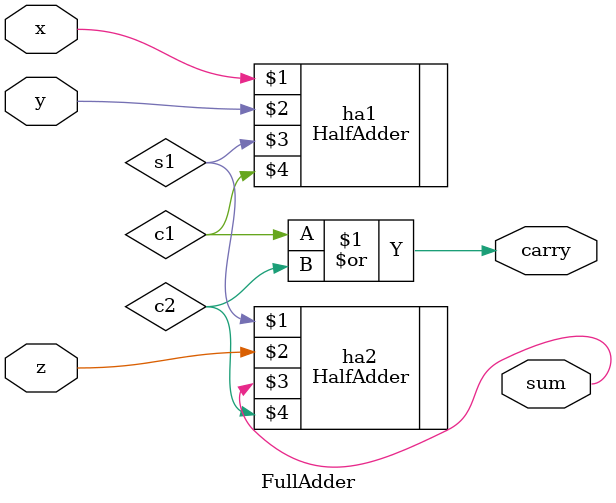
<source format=v>

`timescale 1ns / 1ps

module FullAdder(

    // inputs
    input x, y, z,
    
    // outputs
    output sum, carry

    );
    
    // internal wires
    wire s1, c1, c2;
    // s1 = sum bit from first adder
    // c1 = carry bit from first adder
    // c2 = carry bit from second adder
    
    // using HalfAdder()
    HalfAdder ha1(x, y, s1, c1);
    HalfAdder ha2(s1, z, sum, c2);
    
    // final carry
    assign carry = c1 | c2;
    
endmodule

</source>
